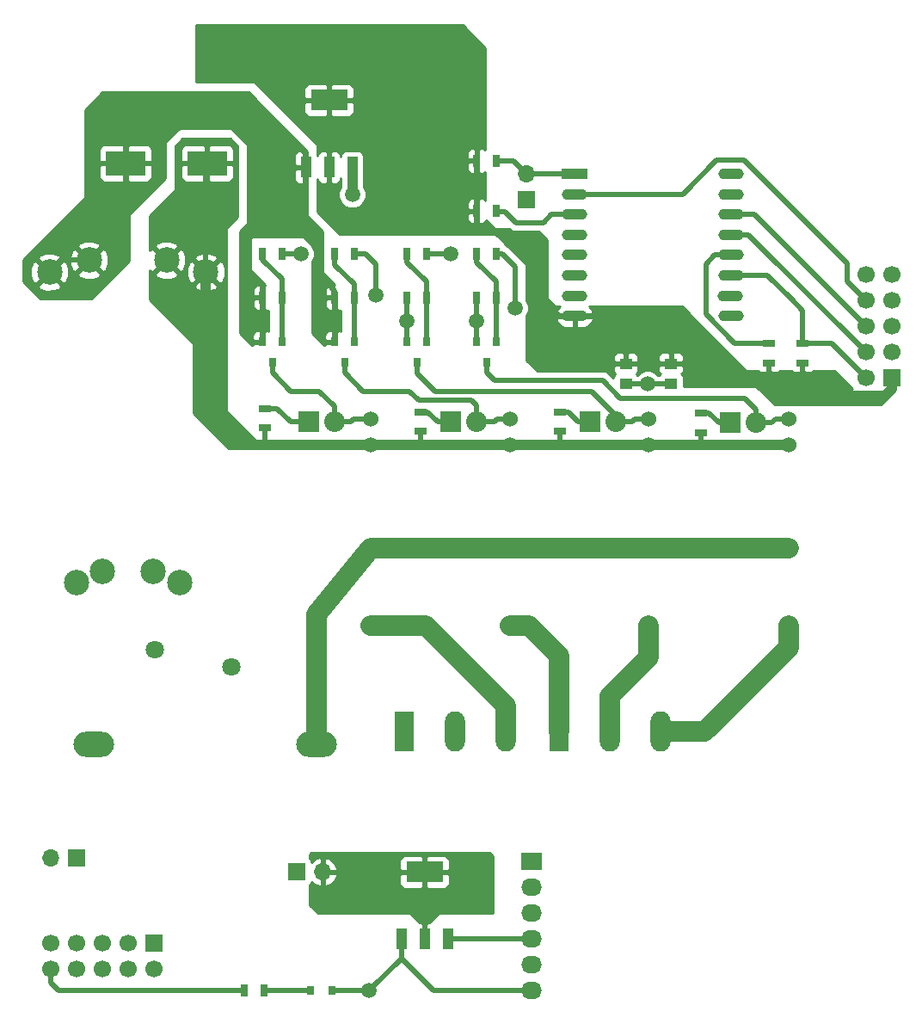
<source format=gtl>
G04 #@! TF.FileFunction,Copper,L1,Top,Signal*
%FSLAX46Y46*%
G04 Gerber Fmt 4.6, Leading zero omitted, Abs format (unit mm)*
G04 Created by KiCad (PCBNEW 4.0.5+dfsg1-4) date Tue Dec 12 22:17:04 2017*
%MOMM*%
%LPD*%
G01*
G04 APERTURE LIST*
%ADD10C,0.100000*%
%ADD11R,4.000500X2.400300*%
%ADD12R,1.700000X1.700000*%
%ADD13C,1.700000*%
%ADD14O,4.000500X2.499360*%
%ADD15C,1.800000*%
%ADD16R,0.800000X0.900000*%
%ADD17R,1.250000X1.000000*%
%ADD18R,0.700000X1.300000*%
%ADD19R,1.300000X0.700000*%
%ADD20R,3.657600X2.032000*%
%ADD21R,1.016000X2.032000*%
%ADD22R,2.500000X1.100000*%
%ADD23O,2.500000X1.100000*%
%ADD24C,1.524000*%
%ADD25C,2.500000*%
%ADD26R,2.032000X1.727200*%
%ADD27O,2.032000X1.727200*%
%ADD28R,2.032000X2.032000*%
%ADD29O,2.032000X2.032000*%
%ADD30O,1.700000X1.700000*%
%ADD31R,1.980000X3.960000*%
%ADD32O,1.980000X3.960000*%
%ADD33C,1.500000*%
%ADD34C,0.508000*%
%ADD35C,1.000000*%
%ADD36C,2.000000*%
%ADD37C,0.254000*%
G04 APERTURE END LIST*
D10*
D11*
X37020500Y-34290000D03*
X29019500Y-34290000D03*
D12*
X104394000Y-55372000D03*
D13*
X101854000Y-55372000D03*
X104394000Y-52832000D03*
X101854000Y-52832000D03*
X104394000Y-50292000D03*
X101854000Y-50292000D03*
X104394000Y-47752000D03*
X101854000Y-47752000D03*
X104394000Y-45212000D03*
X101854000Y-45212000D03*
D14*
X25829260Y-91440000D03*
X47830740Y-91440000D03*
D15*
X39370000Y-83820000D03*
X31870000Y-82120000D03*
D16*
X65466000Y-51832000D03*
X63566000Y-51832000D03*
X64516000Y-53832000D03*
X58608000Y-51832000D03*
X56708000Y-51832000D03*
X57658000Y-53832000D03*
X51496000Y-51832000D03*
X49596000Y-51832000D03*
X50546000Y-53832000D03*
X44384000Y-51832000D03*
X42484000Y-51832000D03*
X43434000Y-53832000D03*
D17*
X78232000Y-53991000D03*
X78232000Y-55991000D03*
X82677000Y-53991000D03*
X82677000Y-55991000D03*
D18*
X65466000Y-47498000D03*
X63566000Y-47498000D03*
X65466000Y-43180000D03*
X63566000Y-43180000D03*
X63566000Y-38989000D03*
X65466000Y-38989000D03*
X63566000Y-34036000D03*
X65466000Y-34036000D03*
D19*
X95631000Y-53909000D03*
X95631000Y-52009000D03*
X92329000Y-53909000D03*
X92329000Y-52009000D03*
D18*
X51496000Y-47498000D03*
X49596000Y-47498000D03*
X58608000Y-47498000D03*
X56708000Y-47498000D03*
X51496000Y-43180000D03*
X49596000Y-43180000D03*
X58608000Y-43180000D03*
X56708000Y-43180000D03*
X44384000Y-47498000D03*
X42484000Y-47498000D03*
X44384000Y-43180000D03*
X42484000Y-43180000D03*
D20*
X49022000Y-28067000D03*
D21*
X49022000Y-34671000D03*
X51308000Y-34671000D03*
X46736000Y-34671000D03*
D22*
X73214000Y-35306000D03*
D23*
X73214000Y-37306000D03*
X73214000Y-39306000D03*
X73214000Y-41306000D03*
X73214000Y-43306000D03*
X73214000Y-45306000D03*
X73214000Y-47306000D03*
X73214000Y-49306000D03*
X88614000Y-49306000D03*
X88514000Y-47306000D03*
X88614000Y-45306000D03*
X88614000Y-43306000D03*
X88614000Y-41306000D03*
X88614000Y-39306000D03*
X88614000Y-37306000D03*
X88614000Y-35306000D03*
D12*
X31750000Y-110998000D03*
D13*
X31750000Y-113538000D03*
X29210000Y-110998000D03*
X29210000Y-113538000D03*
X26670000Y-110998000D03*
X26670000Y-113538000D03*
X24130000Y-110998000D03*
X24130000Y-113538000D03*
X21590000Y-110998000D03*
X21590000Y-113538000D03*
D19*
X58039000Y-58740000D03*
X58039000Y-60640000D03*
X85598000Y-58867000D03*
X85598000Y-60767000D03*
X71755000Y-58740000D03*
X71755000Y-60640000D03*
X42722800Y-58384400D03*
X42722800Y-60284400D03*
D24*
X94234000Y-59436000D03*
X94234000Y-61976000D03*
X94234000Y-72136000D03*
X94234000Y-79756000D03*
X80467200Y-59436000D03*
X80467200Y-61976000D03*
X80467200Y-72136000D03*
X80467200Y-79756000D03*
X66802000Y-59436000D03*
X66802000Y-61976000D03*
X66802000Y-72136000D03*
X66802000Y-79756000D03*
X53086000Y-59436000D03*
X53086000Y-61976000D03*
X53086000Y-72136000D03*
X53086000Y-79756000D03*
D25*
X26710000Y-74390000D03*
X31710000Y-74390000D03*
X21510000Y-44990000D03*
X36910000Y-44990000D03*
X24130000Y-75565000D03*
X34290000Y-75565000D03*
X25400000Y-43815000D03*
X33020000Y-43815000D03*
D26*
X68961000Y-102997000D03*
D27*
X68961000Y-105537000D03*
X68961000Y-108077000D03*
X68961000Y-110617000D03*
X68961000Y-113157000D03*
X68961000Y-115697000D03*
D28*
X60960000Y-59690000D03*
D29*
X63500000Y-59690000D03*
D28*
X88519000Y-59817000D03*
D29*
X91059000Y-59817000D03*
D28*
X74676000Y-59690000D03*
D29*
X77216000Y-59690000D03*
D28*
X46990000Y-59690000D03*
D29*
X49530000Y-59690000D03*
D16*
X49310000Y-115697000D03*
X47210000Y-115697000D03*
D18*
X42606000Y-115697000D03*
X40706000Y-115697000D03*
D20*
X58420000Y-104013000D03*
D21*
X58420000Y-110617000D03*
X60706000Y-110617000D03*
X56134000Y-110617000D03*
D12*
X45847000Y-104013000D03*
D30*
X48387000Y-104013000D03*
D12*
X68453000Y-37846000D03*
D30*
X68453000Y-35306000D03*
D12*
X24130000Y-102616000D03*
D30*
X21590000Y-102616000D03*
D31*
X71628000Y-90170000D03*
D32*
X76628000Y-90170000D03*
X81628000Y-90170000D03*
D31*
X56388000Y-90170000D03*
D32*
X61388000Y-90170000D03*
X66388000Y-90170000D03*
D33*
X51308000Y-37338000D03*
X80391000Y-56007000D03*
X56642000Y-49784000D03*
X63500000Y-49784000D03*
X67310000Y-48514000D03*
X53594000Y-47244000D03*
X60960000Y-43180000D03*
X46228000Y-43180000D03*
X52959000Y-115697000D03*
D34*
X85598000Y-60767000D02*
X85598000Y-61976000D01*
X58039000Y-60640000D02*
X58039000Y-61976000D01*
X71755000Y-60640000D02*
X71755000Y-61976000D01*
X42722800Y-60284400D02*
X42722800Y-61569600D01*
X42722800Y-61569600D02*
X42316400Y-61976000D01*
D35*
X53086000Y-61976000D02*
X42316400Y-61976000D01*
X42316400Y-61976000D02*
X40589200Y-61976000D01*
X36910000Y-58296800D02*
X36910000Y-44990000D01*
X40589200Y-61976000D02*
X36910000Y-58296800D01*
X53086000Y-61976000D02*
X54813200Y-61976000D01*
X54813200Y-61976000D02*
X58039000Y-61976000D01*
X58039000Y-61976000D02*
X66802000Y-61976000D01*
X51322000Y-34392000D02*
X51322000Y-37338000D01*
D34*
X51322000Y-37338000D02*
X51308000Y-37338000D01*
X36910000Y-44990000D02*
X36910000Y-34400500D01*
X36910000Y-34400500D02*
X37020500Y-34290000D01*
D35*
X80467200Y-61976000D02*
X85598000Y-61976000D01*
X85598000Y-61976000D02*
X94234000Y-61976000D01*
X66802000Y-61976000D02*
X71755000Y-61976000D01*
X71755000Y-61976000D02*
X80467200Y-61976000D01*
D34*
X82677000Y-55991000D02*
X80407000Y-55991000D01*
X80407000Y-55991000D02*
X80391000Y-56007000D01*
X82661000Y-56007000D02*
X82677000Y-55991000D01*
X78232000Y-55991000D02*
X80375000Y-55991000D01*
X80375000Y-55991000D02*
X80391000Y-56007000D01*
X48260000Y-41402000D02*
X48260000Y-45466000D01*
X48260000Y-41402000D02*
X46736000Y-39878000D01*
X46736000Y-39878000D02*
X46722000Y-39878000D01*
X49596000Y-47498000D02*
X49596000Y-46802000D01*
X49596000Y-46802000D02*
X48260000Y-45466000D01*
X46722000Y-34392000D02*
X46722000Y-33260000D01*
X29019500Y-31940500D02*
X30480000Y-30480000D01*
X30480000Y-30480000D02*
X43942000Y-30480000D01*
X29019500Y-31940500D02*
X29019500Y-34290000D01*
X46722000Y-33260000D02*
X43942000Y-30480000D01*
X29019500Y-34290000D02*
X29019500Y-40195500D01*
X29019500Y-40195500D02*
X25400000Y-43815000D01*
X25400000Y-43815000D02*
X22685000Y-43815000D01*
X22685000Y-43815000D02*
X21510000Y-44990000D01*
X63500000Y-51766000D02*
X63566000Y-51832000D01*
X63500000Y-49784000D02*
X63500000Y-51766000D01*
X56642000Y-49784000D02*
X56708000Y-49784000D01*
X41656000Y-39878000D02*
X46722000Y-39878000D01*
X40640000Y-40894000D02*
X41656000Y-39878000D01*
X40640000Y-44450000D02*
X40640000Y-40894000D01*
X42484000Y-46294000D02*
X40640000Y-44450000D01*
X42484000Y-47498000D02*
X42484000Y-46294000D01*
X56708000Y-47498000D02*
X56642000Y-47498000D01*
X49596000Y-47498000D02*
X49596000Y-47940000D01*
X42484000Y-47498000D02*
X42484000Y-47940000D01*
X56708000Y-47498000D02*
X56708000Y-49784000D01*
X56708000Y-49784000D02*
X56708000Y-51832000D01*
X42484000Y-47498000D02*
X42484000Y-47940000D01*
X42484000Y-47940000D02*
X42484000Y-51832000D01*
X49596000Y-47498000D02*
X49596000Y-47940000D01*
X49596000Y-47940000D02*
X49596000Y-51832000D01*
X46722000Y-39878000D02*
X46736000Y-39878000D01*
X46722000Y-34392000D02*
X46722000Y-39878000D01*
X46722000Y-39878000D02*
X46736000Y-39878000D01*
X63500000Y-49784000D02*
X63500000Y-48674000D01*
X63500000Y-48674000D02*
X63500000Y-47564000D01*
X63566000Y-48608000D02*
X63566000Y-47498000D01*
X63500000Y-48674000D02*
X63566000Y-48608000D01*
D35*
X75311000Y-49306000D02*
X84104000Y-49306000D01*
X87630000Y-52832000D02*
X90170000Y-55372000D01*
X90170000Y-55372000D02*
X92456000Y-55372000D01*
X84104000Y-49306000D02*
X87630000Y-52832000D01*
D34*
X73914000Y-49306000D02*
X75311000Y-49306000D01*
X75311000Y-49306000D02*
X77754000Y-49306000D01*
D35*
X104394000Y-55372000D02*
X104394000Y-56515000D01*
X98552000Y-55372000D02*
X95631000Y-55372000D01*
X98552000Y-55372000D02*
X100330000Y-57150000D01*
X103759000Y-57150000D02*
X100330000Y-57150000D01*
X104394000Y-56515000D02*
X103759000Y-57150000D01*
D34*
X95631000Y-53909000D02*
X95631000Y-55372000D01*
X92329000Y-53909000D02*
X92329000Y-55372000D01*
X92329000Y-55372000D02*
X92456000Y-55245000D01*
X92456000Y-55245000D02*
X92456000Y-55372000D01*
D35*
X92456000Y-55372000D02*
X95631000Y-55372000D01*
D34*
X69850000Y-47498000D02*
X69850000Y-45466000D01*
X69850000Y-45466000D02*
X64770000Y-40386000D01*
X63566000Y-38989000D02*
X63566000Y-40386000D01*
X63566000Y-40386000D02*
X63500000Y-40386000D01*
X63566000Y-34036000D02*
X63566000Y-38989000D01*
X49022000Y-34392000D02*
X49022000Y-39116000D01*
X50292000Y-40386000D02*
X63500000Y-40386000D01*
X49022000Y-39116000D02*
X50292000Y-40386000D01*
X64770000Y-40386000D02*
X63500000Y-40386000D01*
X73914000Y-49306000D02*
X71658000Y-49306000D01*
X69850000Y-47498000D02*
X71658000Y-49306000D01*
X73944000Y-49276000D02*
X73914000Y-49306000D01*
X49022000Y-34392000D02*
X49022000Y-28092000D01*
X65466000Y-45908000D02*
X65466000Y-47498000D01*
X63566000Y-44008000D02*
X65466000Y-45908000D01*
X63566000Y-43180000D02*
X63566000Y-44008000D01*
X65466000Y-47898000D02*
X65466000Y-51832000D01*
X65466000Y-47898000D02*
X65466000Y-47498000D01*
X67411600Y-40132000D02*
X66294000Y-39014400D01*
X66294000Y-39014400D02*
X65491400Y-39014400D01*
X65491400Y-39014400D02*
X65466000Y-38989000D01*
X70930000Y-39306000D02*
X73914000Y-39306000D01*
X70104000Y-40132000D02*
X70930000Y-39306000D01*
X67411600Y-40132000D02*
X70104000Y-40132000D01*
D36*
X66802000Y-79756000D02*
X68681600Y-79756000D01*
X68681600Y-79756000D02*
X71628000Y-82702400D01*
X71628000Y-82702400D02*
X71628000Y-90170000D01*
X76628000Y-90170000D02*
X76628000Y-86694000D01*
X76628000Y-86694000D02*
X80467200Y-82854800D01*
X80467200Y-82854800D02*
X80467200Y-79756000D01*
X81628000Y-90170000D02*
X86004400Y-90170000D01*
X86004400Y-90170000D02*
X94234000Y-81940400D01*
X94234000Y-81940400D02*
X94234000Y-79756000D01*
X66388000Y-90170000D02*
X66388000Y-87622400D01*
X66388000Y-87622400D02*
X58521600Y-79756000D01*
X58521600Y-79756000D02*
X53086000Y-79756000D01*
D34*
X58608000Y-45908000D02*
X58608000Y-47498000D01*
X56708000Y-44008000D02*
X58608000Y-45908000D01*
X56708000Y-43180000D02*
X56708000Y-44008000D01*
X58608000Y-51832000D02*
X58608000Y-47498000D01*
X49596000Y-44262000D02*
X49596000Y-43180000D01*
X51496000Y-46162000D02*
X49596000Y-44262000D01*
X51496000Y-47498000D02*
X51496000Y-46162000D01*
X51496000Y-47498000D02*
X51496000Y-51832000D01*
X42484000Y-43754000D02*
X42484000Y-43180000D01*
X44384000Y-45654000D02*
X42484000Y-43754000D01*
X44384000Y-47498000D02*
X44384000Y-45654000D01*
X44384000Y-47898000D02*
X44384000Y-51832000D01*
X44384000Y-47898000D02*
X44384000Y-47498000D01*
X87914000Y-39306000D02*
X90868000Y-39306000D01*
X90868000Y-39306000D02*
X101854000Y-50292000D01*
X87914000Y-41306000D02*
X90328000Y-41306000D01*
X90328000Y-41306000D02*
X101854000Y-52832000D01*
X95631000Y-52009000D02*
X95631000Y-48768000D01*
X92169000Y-45306000D02*
X94488000Y-47625000D01*
X92169000Y-45306000D02*
X87914000Y-45306000D01*
X95631000Y-48768000D02*
X94488000Y-47625000D01*
X95631000Y-52009000D02*
X98491000Y-52009000D01*
X98491000Y-52009000D02*
X101854000Y-55372000D01*
X89891800Y-33976400D02*
X87181600Y-33976400D01*
X83852000Y-37306000D02*
X73914000Y-37306000D01*
X87181600Y-33976400D02*
X83852000Y-37306000D01*
X99992700Y-45890700D02*
X101854000Y-47752000D01*
X99992700Y-44077300D02*
X99992700Y-45890700D01*
X89891800Y-33976400D02*
X99992700Y-44077300D01*
X67310000Y-44450000D02*
X67310000Y-48514000D01*
X66040000Y-43180000D02*
X67310000Y-44450000D01*
X65466000Y-43180000D02*
X66040000Y-43180000D01*
X51496000Y-43180000D02*
X52578000Y-43180000D01*
X53594000Y-44196000D02*
X53594000Y-47244000D01*
X52578000Y-43180000D02*
X53594000Y-44196000D01*
X58608000Y-43180000D02*
X60960000Y-43180000D01*
X44384000Y-43180000D02*
X46228000Y-43180000D01*
X92329000Y-52009000D02*
X88966000Y-52009000D01*
X88966000Y-52009000D02*
X86106000Y-49149000D01*
X86106000Y-49149000D02*
X86106000Y-44196000D01*
X86996000Y-43306000D02*
X87914000Y-43306000D01*
X86106000Y-44196000D02*
X86996000Y-43306000D01*
D36*
X80467200Y-72136000D02*
X94234000Y-72136000D01*
X66802000Y-72136000D02*
X80467200Y-72136000D01*
X53086000Y-72136000D02*
X66802000Y-72136000D01*
X47830740Y-91440000D02*
X47830740Y-78661260D01*
X47830740Y-78661260D02*
X53086000Y-72136000D01*
D34*
X91059000Y-59817000D02*
X91059000Y-58539002D01*
X92583000Y-59817000D02*
X92964000Y-59436000D01*
X92964000Y-59436000D02*
X94234000Y-59436000D01*
X91059000Y-59817000D02*
X92583000Y-59817000D01*
X91059000Y-58539002D02*
X89916000Y-57396002D01*
X89916000Y-57396002D02*
X77716002Y-57396002D01*
X77716002Y-57396002D02*
X75946000Y-55626000D01*
X65278000Y-55626000D02*
X64516000Y-54864000D01*
X64516000Y-54864000D02*
X64516000Y-53832000D01*
X75946000Y-55626000D02*
X65278000Y-55626000D01*
X64532000Y-53848000D02*
X64516000Y-53832000D01*
X77216000Y-59690000D02*
X78867000Y-59690000D01*
X78867000Y-59690000D02*
X79121000Y-59436000D01*
X79121000Y-59436000D02*
X80467200Y-59436000D01*
X77216000Y-59110976D02*
X74874024Y-56769000D01*
X77216000Y-59690000D02*
X77216000Y-59110976D01*
X62611000Y-56769000D02*
X59436000Y-56769000D01*
X57658000Y-54991000D02*
X57658000Y-53832000D01*
X59436000Y-56769000D02*
X57658000Y-54991000D01*
X62611000Y-56769000D02*
X74874024Y-56769000D01*
X80467200Y-59436000D02*
X80721200Y-59436000D01*
X56946800Y-56718200D02*
X52400200Y-56718200D01*
X50546000Y-54864000D02*
X50546000Y-53832000D01*
X52400200Y-56718200D02*
X50546000Y-54864000D01*
X63500000Y-59690000D02*
X65278000Y-59690000D01*
X65532000Y-59436000D02*
X66802000Y-59436000D01*
X65278000Y-59690000D02*
X65532000Y-59436000D01*
X63500000Y-58115200D02*
X63500000Y-59690000D01*
X62992000Y-57607200D02*
X63500000Y-58115200D01*
X57835800Y-57607200D02*
X62992000Y-57607200D01*
X56946800Y-56718200D02*
X57835800Y-57607200D01*
X48069500Y-56705500D02*
X45275500Y-56705500D01*
X43434000Y-54864000D02*
X43434000Y-53832000D01*
X45275500Y-56705500D02*
X43434000Y-54864000D01*
X49530000Y-58166000D02*
X49530000Y-59690000D01*
X48069500Y-56705500D02*
X49530000Y-58166000D01*
X49530000Y-59690000D02*
X51181000Y-59690000D01*
X51181000Y-59690000D02*
X51435000Y-59436000D01*
X51435000Y-59436000D02*
X53086000Y-59436000D01*
X43434000Y-53832000D02*
X43434000Y-53770000D01*
X65466000Y-34036000D02*
X67183000Y-34036000D01*
X67183000Y-34036000D02*
X68453000Y-35306000D01*
X68453000Y-35306000D02*
X73914000Y-35306000D01*
X58039000Y-58740000D02*
X58740000Y-58740000D01*
X59690000Y-59690000D02*
X60960000Y-59690000D01*
X58740000Y-58740000D02*
X59690000Y-59690000D01*
X85598000Y-58867000D02*
X86426000Y-58867000D01*
X86426000Y-58867000D02*
X87376000Y-59817000D01*
X87376000Y-59817000D02*
X88519000Y-59817000D01*
X71755000Y-58740000D02*
X72583000Y-58740000D01*
X72583000Y-58740000D02*
X73533000Y-59690000D01*
X73533000Y-59690000D02*
X74676000Y-59690000D01*
X42722800Y-58384400D02*
X43906400Y-58384400D01*
X45212000Y-59690000D02*
X46990000Y-59690000D01*
X43906400Y-58384400D02*
X45212000Y-59690000D01*
X49310000Y-115697000D02*
X52959000Y-115697000D01*
X53213000Y-115443000D02*
X56134000Y-112522000D01*
X52959000Y-115697000D02*
X53213000Y-115443000D01*
X68961000Y-115697000D02*
X59309000Y-115697000D01*
X56134000Y-112522000D02*
X56134000Y-110617000D01*
X59309000Y-115697000D02*
X56134000Y-112522000D01*
X47210000Y-115697000D02*
X42606000Y-115697000D01*
X40706000Y-115697000D02*
X22352000Y-115697000D01*
X21590000Y-114935000D02*
X21590000Y-113538000D01*
X22352000Y-115697000D02*
X21590000Y-114935000D01*
X60706000Y-110617000D02*
X68961000Y-110617000D01*
X57912000Y-104521000D02*
X58420000Y-104013000D01*
X58420000Y-104013000D02*
X58420000Y-110617000D01*
D37*
G36*
X64389000Y-22912606D02*
X64389000Y-32960974D01*
X64275698Y-32847673D01*
X64042309Y-32751000D01*
X63851750Y-32751000D01*
X63693000Y-32909750D01*
X63693000Y-33909000D01*
X63713000Y-33909000D01*
X63713000Y-34163000D01*
X63693000Y-34163000D01*
X63693000Y-35162250D01*
X63851750Y-35321000D01*
X64042309Y-35321000D01*
X64275698Y-35224327D01*
X64389000Y-35111026D01*
X64389000Y-37913974D01*
X64275698Y-37800673D01*
X64042309Y-37704000D01*
X63851750Y-37704000D01*
X63693000Y-37862750D01*
X63693000Y-38862000D01*
X63713000Y-38862000D01*
X63713000Y-39116000D01*
X63693000Y-39116000D01*
X63693000Y-40115250D01*
X63851750Y-40274000D01*
X64042309Y-40274000D01*
X64275698Y-40177327D01*
X64454327Y-39998699D01*
X64492334Y-39906940D01*
X64608728Y-40023334D01*
X64651910Y-40090441D01*
X64727448Y-40142054D01*
X65315197Y-40729803D01*
X65357211Y-40757666D01*
X65405000Y-40767000D01*
X66792533Y-40767000D01*
X67071394Y-40953329D01*
X67411600Y-41021000D01*
X69670394Y-41021000D01*
X70485000Y-41835606D01*
X70485000Y-47498000D01*
X70495006Y-47547410D01*
X70522197Y-47587803D01*
X71284197Y-48349803D01*
X71326211Y-48377666D01*
X71374000Y-48387000D01*
X71790886Y-48387000D01*
X71586276Y-48557882D01*
X71370602Y-48969854D01*
X71370197Y-48996256D01*
X71495639Y-49179000D01*
X73087000Y-49179000D01*
X73087000Y-49159000D01*
X73341000Y-49159000D01*
X73341000Y-49179000D01*
X74932361Y-49179000D01*
X75057803Y-48996256D01*
X75057398Y-48969854D01*
X74841724Y-48557882D01*
X74637114Y-48387000D01*
X83767394Y-48387000D01*
X90080197Y-54699803D01*
X90122211Y-54727666D01*
X90170000Y-54737000D01*
X91258974Y-54737000D01*
X91319301Y-54797327D01*
X91552690Y-54894000D01*
X92043250Y-54894000D01*
X92200250Y-54737000D01*
X92457750Y-54737000D01*
X92614750Y-54894000D01*
X93105310Y-54894000D01*
X93338699Y-54797327D01*
X93399026Y-54737000D01*
X94560974Y-54737000D01*
X94621301Y-54797327D01*
X94854690Y-54894000D01*
X95345250Y-54894000D01*
X95502250Y-54737000D01*
X95759750Y-54737000D01*
X95916750Y-54894000D01*
X96407310Y-54894000D01*
X96640699Y-54797327D01*
X96701026Y-54737000D01*
X98753394Y-54737000D01*
X100520095Y-56503701D01*
X100315894Y-56496494D01*
X100266162Y-56504751D01*
X100223560Y-56531706D01*
X100194802Y-56573112D01*
X100184419Y-56622444D01*
X100194046Y-56671929D01*
X100221612Y-56713218D01*
X100494197Y-56985803D01*
X100536211Y-57013666D01*
X100584000Y-57023000D01*
X103579394Y-57023000D01*
X103542197Y-57060197D01*
X103514334Y-57102211D01*
X103505012Y-57151754D01*
X103515700Y-57201022D01*
X103544713Y-57242249D01*
X103587480Y-57268941D01*
X103632000Y-57277000D01*
X104013000Y-57277000D01*
X104013000Y-57351394D01*
X103325394Y-58039000D01*
X94234647Y-58039000D01*
X93957339Y-58038758D01*
X93956753Y-58039000D01*
X92889606Y-58039000D01*
X91148803Y-56298197D01*
X91106789Y-56270334D01*
X91059000Y-56261000D01*
X83949440Y-56261000D01*
X83949440Y-55491000D01*
X83905162Y-55255683D01*
X83766090Y-55039559D01*
X83697994Y-54993031D01*
X83840327Y-54850698D01*
X83937000Y-54617309D01*
X83937000Y-54276750D01*
X83778250Y-54118000D01*
X82804000Y-54118000D01*
X82804000Y-54138000D01*
X82550000Y-54138000D01*
X82550000Y-54118000D01*
X81575750Y-54118000D01*
X81417000Y-54276750D01*
X81417000Y-54617309D01*
X81513673Y-54850698D01*
X81654910Y-54991936D01*
X81600559Y-55026910D01*
X81549252Y-55102000D01*
X81444558Y-55102000D01*
X81176564Y-54833539D01*
X80667702Y-54622241D01*
X80116715Y-54621760D01*
X79607485Y-54832169D01*
X79351849Y-55087360D01*
X79321090Y-55039559D01*
X79252994Y-54993031D01*
X79395327Y-54850698D01*
X79492000Y-54617309D01*
X79492000Y-54276750D01*
X79333250Y-54118000D01*
X78359000Y-54118000D01*
X78359000Y-54138000D01*
X78105000Y-54138000D01*
X78105000Y-54118000D01*
X77130750Y-54118000D01*
X76972000Y-54276750D01*
X76972000Y-54617309D01*
X77068673Y-54850698D01*
X77209910Y-54991936D01*
X77155559Y-55026910D01*
X77010569Y-55239110D01*
X76988870Y-55346264D01*
X76416803Y-54774197D01*
X76374789Y-54746334D01*
X76327000Y-54737000D01*
X69521606Y-54737000D01*
X68453000Y-53668394D01*
X68453000Y-53364691D01*
X76972000Y-53364691D01*
X76972000Y-53705250D01*
X77130750Y-53864000D01*
X78105000Y-53864000D01*
X78105000Y-53014750D01*
X78359000Y-53014750D01*
X78359000Y-53864000D01*
X79333250Y-53864000D01*
X79492000Y-53705250D01*
X79492000Y-53364691D01*
X81417000Y-53364691D01*
X81417000Y-53705250D01*
X81575750Y-53864000D01*
X82550000Y-53864000D01*
X82550000Y-53014750D01*
X82804000Y-53014750D01*
X82804000Y-53864000D01*
X83778250Y-53864000D01*
X83937000Y-53705250D01*
X83937000Y-53364691D01*
X83840327Y-53131302D01*
X83661699Y-52952673D01*
X83428310Y-52856000D01*
X82962750Y-52856000D01*
X82804000Y-53014750D01*
X82550000Y-53014750D01*
X82391250Y-52856000D01*
X81925690Y-52856000D01*
X81692301Y-52952673D01*
X81513673Y-53131302D01*
X81417000Y-53364691D01*
X79492000Y-53364691D01*
X79395327Y-53131302D01*
X79216699Y-52952673D01*
X78983310Y-52856000D01*
X78517750Y-52856000D01*
X78359000Y-53014750D01*
X78105000Y-53014750D01*
X77946250Y-52856000D01*
X77480690Y-52856000D01*
X77247301Y-52952673D01*
X77068673Y-53131302D01*
X76972000Y-53364691D01*
X68453000Y-53364691D01*
X68453000Y-49615744D01*
X71370197Y-49615744D01*
X71370602Y-49642146D01*
X71586276Y-50054118D01*
X71943187Y-50352196D01*
X72387000Y-50491000D01*
X73087000Y-50491000D01*
X73087000Y-49433000D01*
X73341000Y-49433000D01*
X73341000Y-50491000D01*
X74041000Y-50491000D01*
X74484813Y-50352196D01*
X74841724Y-50054118D01*
X75057398Y-49642146D01*
X75057803Y-49615744D01*
X74932361Y-49433000D01*
X73341000Y-49433000D01*
X73087000Y-49433000D01*
X71495639Y-49433000D01*
X71370197Y-49615744D01*
X68453000Y-49615744D01*
X68453000Y-49329972D01*
X68483461Y-49299564D01*
X68694759Y-48790702D01*
X68695240Y-48239715D01*
X68484831Y-47730485D01*
X68453000Y-47698598D01*
X68453000Y-44323000D01*
X68442994Y-44273590D01*
X68415803Y-44233197D01*
X66314248Y-42131642D01*
X66280090Y-42078559D01*
X66220339Y-42037733D01*
X65494803Y-41312197D01*
X65452789Y-41284334D01*
X65405000Y-41275000D01*
X50090606Y-41275000D01*
X48090356Y-39274750D01*
X62581000Y-39274750D01*
X62581000Y-39765310D01*
X62677673Y-39998699D01*
X62856302Y-40177327D01*
X63089691Y-40274000D01*
X63280250Y-40274000D01*
X63439000Y-40115250D01*
X63439000Y-39116000D01*
X62739750Y-39116000D01*
X62581000Y-39274750D01*
X48090356Y-39274750D01*
X47879000Y-39063394D01*
X47879000Y-35813310D01*
X47975673Y-36046699D01*
X48154302Y-36225327D01*
X48387691Y-36322000D01*
X48736250Y-36322000D01*
X48895000Y-36163250D01*
X48895000Y-34798000D01*
X48875000Y-34798000D01*
X48875000Y-34544000D01*
X48895000Y-34544000D01*
X48895000Y-33178750D01*
X49149000Y-33178750D01*
X49149000Y-34544000D01*
X49169000Y-34544000D01*
X49169000Y-34798000D01*
X49149000Y-34798000D01*
X49149000Y-36163250D01*
X49307750Y-36322000D01*
X49656309Y-36322000D01*
X49889698Y-36225327D01*
X50068327Y-36046699D01*
X50165000Y-35813310D01*
X50165000Y-35753113D01*
X50187000Y-35870033D01*
X50187000Y-36500066D01*
X50134539Y-36552436D01*
X49923241Y-37061298D01*
X49922760Y-37612285D01*
X50133169Y-38121515D01*
X50522436Y-38511461D01*
X51031298Y-38722759D01*
X51582285Y-38723240D01*
X52091515Y-38512831D01*
X52392179Y-38212690D01*
X62581000Y-38212690D01*
X62581000Y-38703250D01*
X62739750Y-38862000D01*
X63439000Y-38862000D01*
X63439000Y-37862750D01*
X63280250Y-37704000D01*
X63089691Y-37704000D01*
X62856302Y-37800673D01*
X62677673Y-37979301D01*
X62581000Y-38212690D01*
X52392179Y-38212690D01*
X52481461Y-38123564D01*
X52692759Y-37614702D01*
X52693240Y-37063715D01*
X52482831Y-36554485D01*
X52457000Y-36528609D01*
X52457000Y-35718802D01*
X52463440Y-35687000D01*
X52463440Y-34321750D01*
X62581000Y-34321750D01*
X62581000Y-34812310D01*
X62677673Y-35045699D01*
X62856302Y-35224327D01*
X63089691Y-35321000D01*
X63280250Y-35321000D01*
X63439000Y-35162250D01*
X63439000Y-34163000D01*
X62739750Y-34163000D01*
X62581000Y-34321750D01*
X52463440Y-34321750D01*
X52463440Y-33655000D01*
X52419162Y-33419683D01*
X52316210Y-33259690D01*
X62581000Y-33259690D01*
X62581000Y-33750250D01*
X62739750Y-33909000D01*
X63439000Y-33909000D01*
X63439000Y-32909750D01*
X63280250Y-32751000D01*
X63089691Y-32751000D01*
X62856302Y-32847673D01*
X62677673Y-33026301D01*
X62581000Y-33259690D01*
X52316210Y-33259690D01*
X52280090Y-33203559D01*
X52067890Y-33058569D01*
X51816000Y-33007560D01*
X50800000Y-33007560D01*
X50564683Y-33051838D01*
X50348559Y-33190910D01*
X50203569Y-33403110D01*
X50165000Y-33593569D01*
X50165000Y-33528690D01*
X50068327Y-33295301D01*
X49889698Y-33116673D01*
X49656309Y-33020000D01*
X49307750Y-33020000D01*
X49149000Y-33178750D01*
X48895000Y-33178750D01*
X48736250Y-33020000D01*
X48387691Y-33020000D01*
X48154302Y-33116673D01*
X47975673Y-33295301D01*
X47879000Y-33528690D01*
X47879000Y-32512000D01*
X47868994Y-32462590D01*
X47841803Y-32422197D01*
X43772356Y-28352750D01*
X46558200Y-28352750D01*
X46558200Y-29209310D01*
X46654873Y-29442699D01*
X46833502Y-29621327D01*
X47066891Y-29718000D01*
X48736250Y-29718000D01*
X48895000Y-29559250D01*
X48895000Y-28194000D01*
X49149000Y-28194000D01*
X49149000Y-29559250D01*
X49307750Y-29718000D01*
X50977109Y-29718000D01*
X51210498Y-29621327D01*
X51389127Y-29442699D01*
X51485800Y-29209310D01*
X51485800Y-28352750D01*
X51327050Y-28194000D01*
X49149000Y-28194000D01*
X48895000Y-28194000D01*
X46716950Y-28194000D01*
X46558200Y-28352750D01*
X43772356Y-28352750D01*
X42344296Y-26924690D01*
X46558200Y-26924690D01*
X46558200Y-27781250D01*
X46716950Y-27940000D01*
X48895000Y-27940000D01*
X48895000Y-26574750D01*
X49149000Y-26574750D01*
X49149000Y-27940000D01*
X51327050Y-27940000D01*
X51485800Y-27781250D01*
X51485800Y-26924690D01*
X51389127Y-26691301D01*
X51210498Y-26512673D01*
X50977109Y-26416000D01*
X49307750Y-26416000D01*
X49149000Y-26574750D01*
X48895000Y-26574750D01*
X48736250Y-26416000D01*
X47066891Y-26416000D01*
X46833502Y-26512673D01*
X46654873Y-26691301D01*
X46558200Y-26924690D01*
X42344296Y-26924690D01*
X41745803Y-26326197D01*
X41703789Y-26298334D01*
X41656000Y-26289000D01*
X35941000Y-26289000D01*
X35941000Y-20701000D01*
X62177394Y-20701000D01*
X64389000Y-22912606D01*
X64389000Y-22912606D01*
G37*
X64389000Y-22912606D02*
X64389000Y-32960974D01*
X64275698Y-32847673D01*
X64042309Y-32751000D01*
X63851750Y-32751000D01*
X63693000Y-32909750D01*
X63693000Y-33909000D01*
X63713000Y-33909000D01*
X63713000Y-34163000D01*
X63693000Y-34163000D01*
X63693000Y-35162250D01*
X63851750Y-35321000D01*
X64042309Y-35321000D01*
X64275698Y-35224327D01*
X64389000Y-35111026D01*
X64389000Y-37913974D01*
X64275698Y-37800673D01*
X64042309Y-37704000D01*
X63851750Y-37704000D01*
X63693000Y-37862750D01*
X63693000Y-38862000D01*
X63713000Y-38862000D01*
X63713000Y-39116000D01*
X63693000Y-39116000D01*
X63693000Y-40115250D01*
X63851750Y-40274000D01*
X64042309Y-40274000D01*
X64275698Y-40177327D01*
X64454327Y-39998699D01*
X64492334Y-39906940D01*
X64608728Y-40023334D01*
X64651910Y-40090441D01*
X64727448Y-40142054D01*
X65315197Y-40729803D01*
X65357211Y-40757666D01*
X65405000Y-40767000D01*
X66792533Y-40767000D01*
X67071394Y-40953329D01*
X67411600Y-41021000D01*
X69670394Y-41021000D01*
X70485000Y-41835606D01*
X70485000Y-47498000D01*
X70495006Y-47547410D01*
X70522197Y-47587803D01*
X71284197Y-48349803D01*
X71326211Y-48377666D01*
X71374000Y-48387000D01*
X71790886Y-48387000D01*
X71586276Y-48557882D01*
X71370602Y-48969854D01*
X71370197Y-48996256D01*
X71495639Y-49179000D01*
X73087000Y-49179000D01*
X73087000Y-49159000D01*
X73341000Y-49159000D01*
X73341000Y-49179000D01*
X74932361Y-49179000D01*
X75057803Y-48996256D01*
X75057398Y-48969854D01*
X74841724Y-48557882D01*
X74637114Y-48387000D01*
X83767394Y-48387000D01*
X90080197Y-54699803D01*
X90122211Y-54727666D01*
X90170000Y-54737000D01*
X91258974Y-54737000D01*
X91319301Y-54797327D01*
X91552690Y-54894000D01*
X92043250Y-54894000D01*
X92200250Y-54737000D01*
X92457750Y-54737000D01*
X92614750Y-54894000D01*
X93105310Y-54894000D01*
X93338699Y-54797327D01*
X93399026Y-54737000D01*
X94560974Y-54737000D01*
X94621301Y-54797327D01*
X94854690Y-54894000D01*
X95345250Y-54894000D01*
X95502250Y-54737000D01*
X95759750Y-54737000D01*
X95916750Y-54894000D01*
X96407310Y-54894000D01*
X96640699Y-54797327D01*
X96701026Y-54737000D01*
X98753394Y-54737000D01*
X100520095Y-56503701D01*
X100315894Y-56496494D01*
X100266162Y-56504751D01*
X100223560Y-56531706D01*
X100194802Y-56573112D01*
X100184419Y-56622444D01*
X100194046Y-56671929D01*
X100221612Y-56713218D01*
X100494197Y-56985803D01*
X100536211Y-57013666D01*
X100584000Y-57023000D01*
X103579394Y-57023000D01*
X103542197Y-57060197D01*
X103514334Y-57102211D01*
X103505012Y-57151754D01*
X103515700Y-57201022D01*
X103544713Y-57242249D01*
X103587480Y-57268941D01*
X103632000Y-57277000D01*
X104013000Y-57277000D01*
X104013000Y-57351394D01*
X103325394Y-58039000D01*
X94234647Y-58039000D01*
X93957339Y-58038758D01*
X93956753Y-58039000D01*
X92889606Y-58039000D01*
X91148803Y-56298197D01*
X91106789Y-56270334D01*
X91059000Y-56261000D01*
X83949440Y-56261000D01*
X83949440Y-55491000D01*
X83905162Y-55255683D01*
X83766090Y-55039559D01*
X83697994Y-54993031D01*
X83840327Y-54850698D01*
X83937000Y-54617309D01*
X83937000Y-54276750D01*
X83778250Y-54118000D01*
X82804000Y-54118000D01*
X82804000Y-54138000D01*
X82550000Y-54138000D01*
X82550000Y-54118000D01*
X81575750Y-54118000D01*
X81417000Y-54276750D01*
X81417000Y-54617309D01*
X81513673Y-54850698D01*
X81654910Y-54991936D01*
X81600559Y-55026910D01*
X81549252Y-55102000D01*
X81444558Y-55102000D01*
X81176564Y-54833539D01*
X80667702Y-54622241D01*
X80116715Y-54621760D01*
X79607485Y-54832169D01*
X79351849Y-55087360D01*
X79321090Y-55039559D01*
X79252994Y-54993031D01*
X79395327Y-54850698D01*
X79492000Y-54617309D01*
X79492000Y-54276750D01*
X79333250Y-54118000D01*
X78359000Y-54118000D01*
X78359000Y-54138000D01*
X78105000Y-54138000D01*
X78105000Y-54118000D01*
X77130750Y-54118000D01*
X76972000Y-54276750D01*
X76972000Y-54617309D01*
X77068673Y-54850698D01*
X77209910Y-54991936D01*
X77155559Y-55026910D01*
X77010569Y-55239110D01*
X76988870Y-55346264D01*
X76416803Y-54774197D01*
X76374789Y-54746334D01*
X76327000Y-54737000D01*
X69521606Y-54737000D01*
X68453000Y-53668394D01*
X68453000Y-53364691D01*
X76972000Y-53364691D01*
X76972000Y-53705250D01*
X77130750Y-53864000D01*
X78105000Y-53864000D01*
X78105000Y-53014750D01*
X78359000Y-53014750D01*
X78359000Y-53864000D01*
X79333250Y-53864000D01*
X79492000Y-53705250D01*
X79492000Y-53364691D01*
X81417000Y-53364691D01*
X81417000Y-53705250D01*
X81575750Y-53864000D01*
X82550000Y-53864000D01*
X82550000Y-53014750D01*
X82804000Y-53014750D01*
X82804000Y-53864000D01*
X83778250Y-53864000D01*
X83937000Y-53705250D01*
X83937000Y-53364691D01*
X83840327Y-53131302D01*
X83661699Y-52952673D01*
X83428310Y-52856000D01*
X82962750Y-52856000D01*
X82804000Y-53014750D01*
X82550000Y-53014750D01*
X82391250Y-52856000D01*
X81925690Y-52856000D01*
X81692301Y-52952673D01*
X81513673Y-53131302D01*
X81417000Y-53364691D01*
X79492000Y-53364691D01*
X79395327Y-53131302D01*
X79216699Y-52952673D01*
X78983310Y-52856000D01*
X78517750Y-52856000D01*
X78359000Y-53014750D01*
X78105000Y-53014750D01*
X77946250Y-52856000D01*
X77480690Y-52856000D01*
X77247301Y-52952673D01*
X77068673Y-53131302D01*
X76972000Y-53364691D01*
X68453000Y-53364691D01*
X68453000Y-49615744D01*
X71370197Y-49615744D01*
X71370602Y-49642146D01*
X71586276Y-50054118D01*
X71943187Y-50352196D01*
X72387000Y-50491000D01*
X73087000Y-50491000D01*
X73087000Y-49433000D01*
X73341000Y-49433000D01*
X73341000Y-50491000D01*
X74041000Y-50491000D01*
X74484813Y-50352196D01*
X74841724Y-50054118D01*
X75057398Y-49642146D01*
X75057803Y-49615744D01*
X74932361Y-49433000D01*
X73341000Y-49433000D01*
X73087000Y-49433000D01*
X71495639Y-49433000D01*
X71370197Y-49615744D01*
X68453000Y-49615744D01*
X68453000Y-49329972D01*
X68483461Y-49299564D01*
X68694759Y-48790702D01*
X68695240Y-48239715D01*
X68484831Y-47730485D01*
X68453000Y-47698598D01*
X68453000Y-44323000D01*
X68442994Y-44273590D01*
X68415803Y-44233197D01*
X66314248Y-42131642D01*
X66280090Y-42078559D01*
X66220339Y-42037733D01*
X65494803Y-41312197D01*
X65452789Y-41284334D01*
X65405000Y-41275000D01*
X50090606Y-41275000D01*
X48090356Y-39274750D01*
X62581000Y-39274750D01*
X62581000Y-39765310D01*
X62677673Y-39998699D01*
X62856302Y-40177327D01*
X63089691Y-40274000D01*
X63280250Y-40274000D01*
X63439000Y-40115250D01*
X63439000Y-39116000D01*
X62739750Y-39116000D01*
X62581000Y-39274750D01*
X48090356Y-39274750D01*
X47879000Y-39063394D01*
X47879000Y-35813310D01*
X47975673Y-36046699D01*
X48154302Y-36225327D01*
X48387691Y-36322000D01*
X48736250Y-36322000D01*
X48895000Y-36163250D01*
X48895000Y-34798000D01*
X48875000Y-34798000D01*
X48875000Y-34544000D01*
X48895000Y-34544000D01*
X48895000Y-33178750D01*
X49149000Y-33178750D01*
X49149000Y-34544000D01*
X49169000Y-34544000D01*
X49169000Y-34798000D01*
X49149000Y-34798000D01*
X49149000Y-36163250D01*
X49307750Y-36322000D01*
X49656309Y-36322000D01*
X49889698Y-36225327D01*
X50068327Y-36046699D01*
X50165000Y-35813310D01*
X50165000Y-35753113D01*
X50187000Y-35870033D01*
X50187000Y-36500066D01*
X50134539Y-36552436D01*
X49923241Y-37061298D01*
X49922760Y-37612285D01*
X50133169Y-38121515D01*
X50522436Y-38511461D01*
X51031298Y-38722759D01*
X51582285Y-38723240D01*
X52091515Y-38512831D01*
X52392179Y-38212690D01*
X62581000Y-38212690D01*
X62581000Y-38703250D01*
X62739750Y-38862000D01*
X63439000Y-38862000D01*
X63439000Y-37862750D01*
X63280250Y-37704000D01*
X63089691Y-37704000D01*
X62856302Y-37800673D01*
X62677673Y-37979301D01*
X62581000Y-38212690D01*
X52392179Y-38212690D01*
X52481461Y-38123564D01*
X52692759Y-37614702D01*
X52693240Y-37063715D01*
X52482831Y-36554485D01*
X52457000Y-36528609D01*
X52457000Y-35718802D01*
X52463440Y-35687000D01*
X52463440Y-34321750D01*
X62581000Y-34321750D01*
X62581000Y-34812310D01*
X62677673Y-35045699D01*
X62856302Y-35224327D01*
X63089691Y-35321000D01*
X63280250Y-35321000D01*
X63439000Y-35162250D01*
X63439000Y-34163000D01*
X62739750Y-34163000D01*
X62581000Y-34321750D01*
X52463440Y-34321750D01*
X52463440Y-33655000D01*
X52419162Y-33419683D01*
X52316210Y-33259690D01*
X62581000Y-33259690D01*
X62581000Y-33750250D01*
X62739750Y-33909000D01*
X63439000Y-33909000D01*
X63439000Y-32909750D01*
X63280250Y-32751000D01*
X63089691Y-32751000D01*
X62856302Y-32847673D01*
X62677673Y-33026301D01*
X62581000Y-33259690D01*
X52316210Y-33259690D01*
X52280090Y-33203559D01*
X52067890Y-33058569D01*
X51816000Y-33007560D01*
X50800000Y-33007560D01*
X50564683Y-33051838D01*
X50348559Y-33190910D01*
X50203569Y-33403110D01*
X50165000Y-33593569D01*
X50165000Y-33528690D01*
X50068327Y-33295301D01*
X49889698Y-33116673D01*
X49656309Y-33020000D01*
X49307750Y-33020000D01*
X49149000Y-33178750D01*
X48895000Y-33178750D01*
X48736250Y-33020000D01*
X48387691Y-33020000D01*
X48154302Y-33116673D01*
X47975673Y-33295301D01*
X47879000Y-33528690D01*
X47879000Y-32512000D01*
X47868994Y-32462590D01*
X47841803Y-32422197D01*
X43772356Y-28352750D01*
X46558200Y-28352750D01*
X46558200Y-29209310D01*
X46654873Y-29442699D01*
X46833502Y-29621327D01*
X47066891Y-29718000D01*
X48736250Y-29718000D01*
X48895000Y-29559250D01*
X48895000Y-28194000D01*
X49149000Y-28194000D01*
X49149000Y-29559250D01*
X49307750Y-29718000D01*
X50977109Y-29718000D01*
X51210498Y-29621327D01*
X51389127Y-29442699D01*
X51485800Y-29209310D01*
X51485800Y-28352750D01*
X51327050Y-28194000D01*
X49149000Y-28194000D01*
X48895000Y-28194000D01*
X46716950Y-28194000D01*
X46558200Y-28352750D01*
X43772356Y-28352750D01*
X42344296Y-26924690D01*
X46558200Y-26924690D01*
X46558200Y-27781250D01*
X46716950Y-27940000D01*
X48895000Y-27940000D01*
X48895000Y-26574750D01*
X49149000Y-26574750D01*
X49149000Y-27940000D01*
X51327050Y-27940000D01*
X51485800Y-27781250D01*
X51485800Y-26924690D01*
X51389127Y-26691301D01*
X51210498Y-26512673D01*
X50977109Y-26416000D01*
X49307750Y-26416000D01*
X49149000Y-26574750D01*
X48895000Y-26574750D01*
X48736250Y-26416000D01*
X47066891Y-26416000D01*
X46833502Y-26512673D01*
X46654873Y-26691301D01*
X46558200Y-26924690D01*
X42344296Y-26924690D01*
X41745803Y-26326197D01*
X41703789Y-26298334D01*
X41656000Y-26289000D01*
X35941000Y-26289000D01*
X35941000Y-20701000D01*
X62177394Y-20701000D01*
X64389000Y-22912606D01*
G36*
X46863000Y-33072606D02*
X46863000Y-39370000D01*
X46873006Y-39419410D01*
X46900197Y-39459803D01*
X48387000Y-40946606D01*
X48387000Y-44958000D01*
X48397006Y-45007410D01*
X48424197Y-45047803D01*
X49589394Y-46213000D01*
X49468998Y-46213000D01*
X49468998Y-46371748D01*
X49310250Y-46213000D01*
X49119691Y-46213000D01*
X48886302Y-46309673D01*
X48707673Y-46488301D01*
X48611000Y-46721690D01*
X48611000Y-47212250D01*
X48769750Y-47371000D01*
X49469000Y-47371000D01*
X49469000Y-47351000D01*
X49723000Y-47351000D01*
X49723000Y-47371000D01*
X49743000Y-47371000D01*
X49743000Y-47625000D01*
X49723000Y-47625000D01*
X49723000Y-48624250D01*
X49881750Y-48783000D01*
X50072309Y-48783000D01*
X50165000Y-48744606D01*
X50165000Y-50764683D01*
X50122310Y-50747000D01*
X49881750Y-50747000D01*
X49723000Y-50905750D01*
X49723000Y-51705000D01*
X49743000Y-51705000D01*
X49743000Y-51959000D01*
X49723000Y-51959000D01*
X49723000Y-51979000D01*
X49469000Y-51979000D01*
X49469000Y-51959000D01*
X48719750Y-51959000D01*
X48561000Y-52117750D01*
X48561000Y-52191394D01*
X47625297Y-51255691D01*
X48561000Y-51255691D01*
X48561000Y-51546250D01*
X48719750Y-51705000D01*
X49469000Y-51705000D01*
X49469000Y-50905750D01*
X49310250Y-50747000D01*
X49069690Y-50747000D01*
X48836301Y-50843673D01*
X48657673Y-51022302D01*
X48561000Y-51255691D01*
X47625297Y-51255691D01*
X47371000Y-51001394D01*
X47371000Y-47783750D01*
X48611000Y-47783750D01*
X48611000Y-48274310D01*
X48707673Y-48507699D01*
X48886302Y-48686327D01*
X49119691Y-48783000D01*
X49310250Y-48783000D01*
X49469000Y-48624250D01*
X49469000Y-47625000D01*
X48769750Y-47625000D01*
X48611000Y-47783750D01*
X47371000Y-47783750D01*
X47371000Y-43995972D01*
X47401461Y-43965564D01*
X47612759Y-43456702D01*
X47613240Y-42905715D01*
X47402831Y-42396485D01*
X47013564Y-42006539D01*
X47011137Y-42005531D01*
X46571803Y-41566197D01*
X46529789Y-41538334D01*
X46482000Y-41529000D01*
X41402000Y-41529000D01*
X41352590Y-41539006D01*
X41310965Y-41567447D01*
X41283685Y-41609841D01*
X41275000Y-41656000D01*
X41275000Y-44704000D01*
X41285006Y-44753410D01*
X41312197Y-44793803D01*
X42750572Y-46232178D01*
X42611000Y-46371750D01*
X42611000Y-47371000D01*
X42631000Y-47371000D01*
X42631000Y-47625000D01*
X42611000Y-47625000D01*
X42611000Y-48624250D01*
X42769750Y-48783000D01*
X42960309Y-48783000D01*
X43053000Y-48744606D01*
X43053000Y-50764683D01*
X43010310Y-50747000D01*
X42769750Y-50747000D01*
X42611000Y-50905750D01*
X42611000Y-51705000D01*
X42631000Y-51705000D01*
X42631000Y-51959000D01*
X42611000Y-51959000D01*
X42611000Y-51979000D01*
X42357000Y-51979000D01*
X42357000Y-51959000D01*
X41607750Y-51959000D01*
X41449000Y-52117750D01*
X41449000Y-52191394D01*
X40513297Y-51255691D01*
X41449000Y-51255691D01*
X41449000Y-51546250D01*
X41607750Y-51705000D01*
X42357000Y-51705000D01*
X42357000Y-50905750D01*
X42198250Y-50747000D01*
X41957690Y-50747000D01*
X41724301Y-50843673D01*
X41545673Y-51022302D01*
X41449000Y-51255691D01*
X40513297Y-51255691D01*
X40259000Y-51001394D01*
X40259000Y-47783750D01*
X41499000Y-47783750D01*
X41499000Y-48274310D01*
X41595673Y-48507699D01*
X41774302Y-48686327D01*
X42007691Y-48783000D01*
X42198250Y-48783000D01*
X42357000Y-48624250D01*
X42357000Y-47625000D01*
X41657750Y-47625000D01*
X41499000Y-47783750D01*
X40259000Y-47783750D01*
X40259000Y-46721690D01*
X41499000Y-46721690D01*
X41499000Y-47212250D01*
X41657750Y-47371000D01*
X42357000Y-47371000D01*
X42357000Y-46371750D01*
X42198250Y-46213000D01*
X42007691Y-46213000D01*
X41774302Y-46309673D01*
X41595673Y-46488301D01*
X41499000Y-46721690D01*
X40259000Y-46721690D01*
X40259000Y-40946606D01*
X40983803Y-40221803D01*
X41011666Y-40179789D01*
X41021000Y-40132000D01*
X41021000Y-34956750D01*
X45593000Y-34956750D01*
X45593000Y-35813310D01*
X45689673Y-36046699D01*
X45868302Y-36225327D01*
X46101691Y-36322000D01*
X46450250Y-36322000D01*
X46609000Y-36163250D01*
X46609000Y-34798000D01*
X45751750Y-34798000D01*
X45593000Y-34956750D01*
X41021000Y-34956750D01*
X41021000Y-33528690D01*
X45593000Y-33528690D01*
X45593000Y-34385250D01*
X45751750Y-34544000D01*
X46609000Y-34544000D01*
X46609000Y-33178750D01*
X46450250Y-33020000D01*
X46101691Y-33020000D01*
X45868302Y-33116673D01*
X45689673Y-33295301D01*
X45593000Y-33528690D01*
X41021000Y-33528690D01*
X41021000Y-32512000D01*
X41010994Y-32462590D01*
X40983803Y-32422197D01*
X39459803Y-30898197D01*
X39417789Y-30870334D01*
X39370000Y-30861000D01*
X34290000Y-30861000D01*
X34240590Y-30871006D01*
X34200197Y-30898197D01*
X32930197Y-32168197D01*
X32902334Y-32210211D01*
X32893000Y-32258000D01*
X32893000Y-35761394D01*
X29374197Y-39280197D01*
X29346334Y-39322211D01*
X29337000Y-39370000D01*
X29337000Y-43889394D01*
X25601394Y-47625000D01*
X20626606Y-47625000D01*
X19324926Y-46323320D01*
X20356285Y-46323320D01*
X20485533Y-46616123D01*
X21185806Y-46884388D01*
X21935435Y-46864250D01*
X22534467Y-46616123D01*
X22663715Y-46323320D01*
X21510000Y-45169605D01*
X20356285Y-46323320D01*
X19324926Y-46323320D01*
X18923000Y-45921394D01*
X18923000Y-44665806D01*
X19615612Y-44665806D01*
X19635750Y-45415435D01*
X19883877Y-46014467D01*
X20176680Y-46143715D01*
X21330395Y-44990000D01*
X21689605Y-44990000D01*
X22843320Y-46143715D01*
X23136123Y-46014467D01*
X23404388Y-45314194D01*
X23399932Y-45148320D01*
X24246285Y-45148320D01*
X24375533Y-45441123D01*
X25075806Y-45709388D01*
X25825435Y-45689250D01*
X26424467Y-45441123D01*
X26553715Y-45148320D01*
X25400000Y-43994605D01*
X24246285Y-45148320D01*
X23399932Y-45148320D01*
X23384250Y-44564565D01*
X23136123Y-43965533D01*
X22843320Y-43836285D01*
X21689605Y-44990000D01*
X21330395Y-44990000D01*
X20176680Y-43836285D01*
X19883877Y-43965533D01*
X19615612Y-44665806D01*
X18923000Y-44665806D01*
X18923000Y-43740606D01*
X19006926Y-43656680D01*
X20356285Y-43656680D01*
X21510000Y-44810395D01*
X22663715Y-43656680D01*
X22590496Y-43490806D01*
X23505612Y-43490806D01*
X23525750Y-44240435D01*
X23773877Y-44839467D01*
X24066680Y-44968715D01*
X25220395Y-43815000D01*
X25579605Y-43815000D01*
X26733320Y-44968715D01*
X27026123Y-44839467D01*
X27294388Y-44139194D01*
X27274250Y-43389565D01*
X27026123Y-42790533D01*
X26733320Y-42661285D01*
X25579605Y-43815000D01*
X25220395Y-43815000D01*
X24066680Y-42661285D01*
X23773877Y-42790533D01*
X23505612Y-43490806D01*
X22590496Y-43490806D01*
X22534467Y-43363877D01*
X21834194Y-43095612D01*
X21084565Y-43115750D01*
X20485533Y-43363877D01*
X20356285Y-43656680D01*
X19006926Y-43656680D01*
X20181926Y-42481680D01*
X24246285Y-42481680D01*
X25400000Y-43635395D01*
X26553715Y-42481680D01*
X26424467Y-42188877D01*
X25724194Y-41920612D01*
X24974565Y-41940750D01*
X24375533Y-42188877D01*
X24246285Y-42481680D01*
X20181926Y-42481680D01*
X24981803Y-37681803D01*
X25009666Y-37639789D01*
X25019000Y-37592000D01*
X25019000Y-34575750D01*
X26384250Y-34575750D01*
X26384250Y-35616460D01*
X26480923Y-35849849D01*
X26659552Y-36028477D01*
X26892941Y-36125150D01*
X28733750Y-36125150D01*
X28892500Y-35966400D01*
X28892500Y-34417000D01*
X29146500Y-34417000D01*
X29146500Y-35966400D01*
X29305250Y-36125150D01*
X31146059Y-36125150D01*
X31379448Y-36028477D01*
X31558077Y-35849849D01*
X31654750Y-35616460D01*
X31654750Y-34575750D01*
X31496000Y-34417000D01*
X29146500Y-34417000D01*
X28892500Y-34417000D01*
X26543000Y-34417000D01*
X26384250Y-34575750D01*
X25019000Y-34575750D01*
X25019000Y-32963540D01*
X26384250Y-32963540D01*
X26384250Y-34004250D01*
X26543000Y-34163000D01*
X28892500Y-34163000D01*
X28892500Y-32613600D01*
X29146500Y-32613600D01*
X29146500Y-34163000D01*
X31496000Y-34163000D01*
X31654750Y-34004250D01*
X31654750Y-32963540D01*
X31558077Y-32730151D01*
X31379448Y-32551523D01*
X31146059Y-32454850D01*
X29305250Y-32454850D01*
X29146500Y-32613600D01*
X28892500Y-32613600D01*
X28733750Y-32454850D01*
X26892941Y-32454850D01*
X26659552Y-32551523D01*
X26480923Y-32730151D01*
X26384250Y-32963540D01*
X25019000Y-32963540D01*
X25019000Y-29008606D01*
X26722606Y-27305000D01*
X41095394Y-27305000D01*
X46863000Y-33072606D01*
X46863000Y-33072606D01*
G37*
X46863000Y-33072606D02*
X46863000Y-39370000D01*
X46873006Y-39419410D01*
X46900197Y-39459803D01*
X48387000Y-40946606D01*
X48387000Y-44958000D01*
X48397006Y-45007410D01*
X48424197Y-45047803D01*
X49589394Y-46213000D01*
X49468998Y-46213000D01*
X49468998Y-46371748D01*
X49310250Y-46213000D01*
X49119691Y-46213000D01*
X48886302Y-46309673D01*
X48707673Y-46488301D01*
X48611000Y-46721690D01*
X48611000Y-47212250D01*
X48769750Y-47371000D01*
X49469000Y-47371000D01*
X49469000Y-47351000D01*
X49723000Y-47351000D01*
X49723000Y-47371000D01*
X49743000Y-47371000D01*
X49743000Y-47625000D01*
X49723000Y-47625000D01*
X49723000Y-48624250D01*
X49881750Y-48783000D01*
X50072309Y-48783000D01*
X50165000Y-48744606D01*
X50165000Y-50764683D01*
X50122310Y-50747000D01*
X49881750Y-50747000D01*
X49723000Y-50905750D01*
X49723000Y-51705000D01*
X49743000Y-51705000D01*
X49743000Y-51959000D01*
X49723000Y-51959000D01*
X49723000Y-51979000D01*
X49469000Y-51979000D01*
X49469000Y-51959000D01*
X48719750Y-51959000D01*
X48561000Y-52117750D01*
X48561000Y-52191394D01*
X47625297Y-51255691D01*
X48561000Y-51255691D01*
X48561000Y-51546250D01*
X48719750Y-51705000D01*
X49469000Y-51705000D01*
X49469000Y-50905750D01*
X49310250Y-50747000D01*
X49069690Y-50747000D01*
X48836301Y-50843673D01*
X48657673Y-51022302D01*
X48561000Y-51255691D01*
X47625297Y-51255691D01*
X47371000Y-51001394D01*
X47371000Y-47783750D01*
X48611000Y-47783750D01*
X48611000Y-48274310D01*
X48707673Y-48507699D01*
X48886302Y-48686327D01*
X49119691Y-48783000D01*
X49310250Y-48783000D01*
X49469000Y-48624250D01*
X49469000Y-47625000D01*
X48769750Y-47625000D01*
X48611000Y-47783750D01*
X47371000Y-47783750D01*
X47371000Y-43995972D01*
X47401461Y-43965564D01*
X47612759Y-43456702D01*
X47613240Y-42905715D01*
X47402831Y-42396485D01*
X47013564Y-42006539D01*
X47011137Y-42005531D01*
X46571803Y-41566197D01*
X46529789Y-41538334D01*
X46482000Y-41529000D01*
X41402000Y-41529000D01*
X41352590Y-41539006D01*
X41310965Y-41567447D01*
X41283685Y-41609841D01*
X41275000Y-41656000D01*
X41275000Y-44704000D01*
X41285006Y-44753410D01*
X41312197Y-44793803D01*
X42750572Y-46232178D01*
X42611000Y-46371750D01*
X42611000Y-47371000D01*
X42631000Y-47371000D01*
X42631000Y-47625000D01*
X42611000Y-47625000D01*
X42611000Y-48624250D01*
X42769750Y-48783000D01*
X42960309Y-48783000D01*
X43053000Y-48744606D01*
X43053000Y-50764683D01*
X43010310Y-50747000D01*
X42769750Y-50747000D01*
X42611000Y-50905750D01*
X42611000Y-51705000D01*
X42631000Y-51705000D01*
X42631000Y-51959000D01*
X42611000Y-51959000D01*
X42611000Y-51979000D01*
X42357000Y-51979000D01*
X42357000Y-51959000D01*
X41607750Y-51959000D01*
X41449000Y-52117750D01*
X41449000Y-52191394D01*
X40513297Y-51255691D01*
X41449000Y-51255691D01*
X41449000Y-51546250D01*
X41607750Y-51705000D01*
X42357000Y-51705000D01*
X42357000Y-50905750D01*
X42198250Y-50747000D01*
X41957690Y-50747000D01*
X41724301Y-50843673D01*
X41545673Y-51022302D01*
X41449000Y-51255691D01*
X40513297Y-51255691D01*
X40259000Y-51001394D01*
X40259000Y-47783750D01*
X41499000Y-47783750D01*
X41499000Y-48274310D01*
X41595673Y-48507699D01*
X41774302Y-48686327D01*
X42007691Y-48783000D01*
X42198250Y-48783000D01*
X42357000Y-48624250D01*
X42357000Y-47625000D01*
X41657750Y-47625000D01*
X41499000Y-47783750D01*
X40259000Y-47783750D01*
X40259000Y-46721690D01*
X41499000Y-46721690D01*
X41499000Y-47212250D01*
X41657750Y-47371000D01*
X42357000Y-47371000D01*
X42357000Y-46371750D01*
X42198250Y-46213000D01*
X42007691Y-46213000D01*
X41774302Y-46309673D01*
X41595673Y-46488301D01*
X41499000Y-46721690D01*
X40259000Y-46721690D01*
X40259000Y-40946606D01*
X40983803Y-40221803D01*
X41011666Y-40179789D01*
X41021000Y-40132000D01*
X41021000Y-34956750D01*
X45593000Y-34956750D01*
X45593000Y-35813310D01*
X45689673Y-36046699D01*
X45868302Y-36225327D01*
X46101691Y-36322000D01*
X46450250Y-36322000D01*
X46609000Y-36163250D01*
X46609000Y-34798000D01*
X45751750Y-34798000D01*
X45593000Y-34956750D01*
X41021000Y-34956750D01*
X41021000Y-33528690D01*
X45593000Y-33528690D01*
X45593000Y-34385250D01*
X45751750Y-34544000D01*
X46609000Y-34544000D01*
X46609000Y-33178750D01*
X46450250Y-33020000D01*
X46101691Y-33020000D01*
X45868302Y-33116673D01*
X45689673Y-33295301D01*
X45593000Y-33528690D01*
X41021000Y-33528690D01*
X41021000Y-32512000D01*
X41010994Y-32462590D01*
X40983803Y-32422197D01*
X39459803Y-30898197D01*
X39417789Y-30870334D01*
X39370000Y-30861000D01*
X34290000Y-30861000D01*
X34240590Y-30871006D01*
X34200197Y-30898197D01*
X32930197Y-32168197D01*
X32902334Y-32210211D01*
X32893000Y-32258000D01*
X32893000Y-35761394D01*
X29374197Y-39280197D01*
X29346334Y-39322211D01*
X29337000Y-39370000D01*
X29337000Y-43889394D01*
X25601394Y-47625000D01*
X20626606Y-47625000D01*
X19324926Y-46323320D01*
X20356285Y-46323320D01*
X20485533Y-46616123D01*
X21185806Y-46884388D01*
X21935435Y-46864250D01*
X22534467Y-46616123D01*
X22663715Y-46323320D01*
X21510000Y-45169605D01*
X20356285Y-46323320D01*
X19324926Y-46323320D01*
X18923000Y-45921394D01*
X18923000Y-44665806D01*
X19615612Y-44665806D01*
X19635750Y-45415435D01*
X19883877Y-46014467D01*
X20176680Y-46143715D01*
X21330395Y-44990000D01*
X21689605Y-44990000D01*
X22843320Y-46143715D01*
X23136123Y-46014467D01*
X23404388Y-45314194D01*
X23399932Y-45148320D01*
X24246285Y-45148320D01*
X24375533Y-45441123D01*
X25075806Y-45709388D01*
X25825435Y-45689250D01*
X26424467Y-45441123D01*
X26553715Y-45148320D01*
X25400000Y-43994605D01*
X24246285Y-45148320D01*
X23399932Y-45148320D01*
X23384250Y-44564565D01*
X23136123Y-43965533D01*
X22843320Y-43836285D01*
X21689605Y-44990000D01*
X21330395Y-44990000D01*
X20176680Y-43836285D01*
X19883877Y-43965533D01*
X19615612Y-44665806D01*
X18923000Y-44665806D01*
X18923000Y-43740606D01*
X19006926Y-43656680D01*
X20356285Y-43656680D01*
X21510000Y-44810395D01*
X22663715Y-43656680D01*
X22590496Y-43490806D01*
X23505612Y-43490806D01*
X23525750Y-44240435D01*
X23773877Y-44839467D01*
X24066680Y-44968715D01*
X25220395Y-43815000D01*
X25579605Y-43815000D01*
X26733320Y-44968715D01*
X27026123Y-44839467D01*
X27294388Y-44139194D01*
X27274250Y-43389565D01*
X27026123Y-42790533D01*
X26733320Y-42661285D01*
X25579605Y-43815000D01*
X25220395Y-43815000D01*
X24066680Y-42661285D01*
X23773877Y-42790533D01*
X23505612Y-43490806D01*
X22590496Y-43490806D01*
X22534467Y-43363877D01*
X21834194Y-43095612D01*
X21084565Y-43115750D01*
X20485533Y-43363877D01*
X20356285Y-43656680D01*
X19006926Y-43656680D01*
X20181926Y-42481680D01*
X24246285Y-42481680D01*
X25400000Y-43635395D01*
X26553715Y-42481680D01*
X26424467Y-42188877D01*
X25724194Y-41920612D01*
X24974565Y-41940750D01*
X24375533Y-42188877D01*
X24246285Y-42481680D01*
X20181926Y-42481680D01*
X24981803Y-37681803D01*
X25009666Y-37639789D01*
X25019000Y-37592000D01*
X25019000Y-34575750D01*
X26384250Y-34575750D01*
X26384250Y-35616460D01*
X26480923Y-35849849D01*
X26659552Y-36028477D01*
X26892941Y-36125150D01*
X28733750Y-36125150D01*
X28892500Y-35966400D01*
X28892500Y-34417000D01*
X29146500Y-34417000D01*
X29146500Y-35966400D01*
X29305250Y-36125150D01*
X31146059Y-36125150D01*
X31379448Y-36028477D01*
X31558077Y-35849849D01*
X31654750Y-35616460D01*
X31654750Y-34575750D01*
X31496000Y-34417000D01*
X29146500Y-34417000D01*
X28892500Y-34417000D01*
X26543000Y-34417000D01*
X26384250Y-34575750D01*
X25019000Y-34575750D01*
X25019000Y-32963540D01*
X26384250Y-32963540D01*
X26384250Y-34004250D01*
X26543000Y-34163000D01*
X28892500Y-34163000D01*
X28892500Y-32613600D01*
X29146500Y-32613600D01*
X29146500Y-34163000D01*
X31496000Y-34163000D01*
X31654750Y-34004250D01*
X31654750Y-32963540D01*
X31558077Y-32730151D01*
X31379448Y-32551523D01*
X31146059Y-32454850D01*
X29305250Y-32454850D01*
X29146500Y-32613600D01*
X28892500Y-32613600D01*
X28733750Y-32454850D01*
X26892941Y-32454850D01*
X26659552Y-32551523D01*
X26480923Y-32730151D01*
X26384250Y-32963540D01*
X25019000Y-32963540D01*
X25019000Y-29008606D01*
X26722606Y-27305000D01*
X41095394Y-27305000D01*
X46863000Y-33072606D01*
G36*
X40005000Y-32564606D02*
X40005000Y-39571394D01*
X38899197Y-40677197D01*
X38871334Y-40719211D01*
X38862000Y-40767000D01*
X38862000Y-58547000D01*
X38872006Y-58596410D01*
X38899197Y-58636803D01*
X42037000Y-61774606D01*
X42037000Y-62357000D01*
X39168606Y-62357000D01*
X35687000Y-58875394D01*
X35687000Y-52070000D01*
X35676994Y-52020590D01*
X35649803Y-51980197D01*
X31369000Y-47699394D01*
X31369000Y-46323320D01*
X35756285Y-46323320D01*
X35885533Y-46616123D01*
X36585806Y-46884388D01*
X37335435Y-46864250D01*
X37934467Y-46616123D01*
X38063715Y-46323320D01*
X36910000Y-45169605D01*
X35756285Y-46323320D01*
X31369000Y-46323320D01*
X31369000Y-45148320D01*
X31866285Y-45148320D01*
X31995533Y-45441123D01*
X32695806Y-45709388D01*
X33445435Y-45689250D01*
X34044467Y-45441123D01*
X34173715Y-45148320D01*
X33020000Y-43994605D01*
X31866285Y-45148320D01*
X31369000Y-45148320D01*
X31369000Y-44779409D01*
X31393877Y-44839467D01*
X31686680Y-44968715D01*
X32840395Y-43815000D01*
X33199605Y-43815000D01*
X34353320Y-44968715D01*
X34646123Y-44839467D01*
X34712650Y-44665806D01*
X35015612Y-44665806D01*
X35035750Y-45415435D01*
X35283877Y-46014467D01*
X35576680Y-46143715D01*
X36730395Y-44990000D01*
X37089605Y-44990000D01*
X38243320Y-46143715D01*
X38536123Y-46014467D01*
X38804388Y-45314194D01*
X38784250Y-44564565D01*
X38536123Y-43965533D01*
X38243320Y-43836285D01*
X37089605Y-44990000D01*
X36730395Y-44990000D01*
X35576680Y-43836285D01*
X35283877Y-43965533D01*
X35015612Y-44665806D01*
X34712650Y-44665806D01*
X34914388Y-44139194D01*
X34901426Y-43656680D01*
X35756285Y-43656680D01*
X36910000Y-44810395D01*
X38063715Y-43656680D01*
X37934467Y-43363877D01*
X37234194Y-43095612D01*
X36484565Y-43115750D01*
X35885533Y-43363877D01*
X35756285Y-43656680D01*
X34901426Y-43656680D01*
X34894250Y-43389565D01*
X34646123Y-42790533D01*
X34353320Y-42661285D01*
X33199605Y-43815000D01*
X32840395Y-43815000D01*
X31686680Y-42661285D01*
X31393877Y-42790533D01*
X31369000Y-42855471D01*
X31369000Y-42481680D01*
X31866285Y-42481680D01*
X33020000Y-43635395D01*
X34173715Y-42481680D01*
X34044467Y-42188877D01*
X33344194Y-41920612D01*
X32594565Y-41940750D01*
X31995533Y-42188877D01*
X31866285Y-42481680D01*
X31369000Y-42481680D01*
X31369000Y-39422606D01*
X33871803Y-36919803D01*
X33899666Y-36877789D01*
X33909000Y-36830000D01*
X33909000Y-34575750D01*
X34385250Y-34575750D01*
X34385250Y-35616460D01*
X34481923Y-35849849D01*
X34660552Y-36028477D01*
X34893941Y-36125150D01*
X36734750Y-36125150D01*
X36893500Y-35966400D01*
X36893500Y-34417000D01*
X37147500Y-34417000D01*
X37147500Y-35966400D01*
X37306250Y-36125150D01*
X39147059Y-36125150D01*
X39380448Y-36028477D01*
X39559077Y-35849849D01*
X39655750Y-35616460D01*
X39655750Y-34575750D01*
X39497000Y-34417000D01*
X37147500Y-34417000D01*
X36893500Y-34417000D01*
X34544000Y-34417000D01*
X34385250Y-34575750D01*
X33909000Y-34575750D01*
X33909000Y-32963540D01*
X34385250Y-32963540D01*
X34385250Y-34004250D01*
X34544000Y-34163000D01*
X36893500Y-34163000D01*
X36893500Y-32613600D01*
X37147500Y-32613600D01*
X37147500Y-34163000D01*
X39497000Y-34163000D01*
X39655750Y-34004250D01*
X39655750Y-32963540D01*
X39559077Y-32730151D01*
X39380448Y-32551523D01*
X39147059Y-32454850D01*
X37306250Y-32454850D01*
X37147500Y-32613600D01*
X36893500Y-32613600D01*
X36734750Y-32454850D01*
X34893941Y-32454850D01*
X34660552Y-32551523D01*
X34481923Y-32730151D01*
X34385250Y-32963540D01*
X33909000Y-32963540D01*
X33909000Y-32564606D01*
X34596606Y-31877000D01*
X39317394Y-31877000D01*
X40005000Y-32564606D01*
X40005000Y-32564606D01*
G37*
X40005000Y-32564606D02*
X40005000Y-39571394D01*
X38899197Y-40677197D01*
X38871334Y-40719211D01*
X38862000Y-40767000D01*
X38862000Y-58547000D01*
X38872006Y-58596410D01*
X38899197Y-58636803D01*
X42037000Y-61774606D01*
X42037000Y-62357000D01*
X39168606Y-62357000D01*
X35687000Y-58875394D01*
X35687000Y-52070000D01*
X35676994Y-52020590D01*
X35649803Y-51980197D01*
X31369000Y-47699394D01*
X31369000Y-46323320D01*
X35756285Y-46323320D01*
X35885533Y-46616123D01*
X36585806Y-46884388D01*
X37335435Y-46864250D01*
X37934467Y-46616123D01*
X38063715Y-46323320D01*
X36910000Y-45169605D01*
X35756285Y-46323320D01*
X31369000Y-46323320D01*
X31369000Y-45148320D01*
X31866285Y-45148320D01*
X31995533Y-45441123D01*
X32695806Y-45709388D01*
X33445435Y-45689250D01*
X34044467Y-45441123D01*
X34173715Y-45148320D01*
X33020000Y-43994605D01*
X31866285Y-45148320D01*
X31369000Y-45148320D01*
X31369000Y-44779409D01*
X31393877Y-44839467D01*
X31686680Y-44968715D01*
X32840395Y-43815000D01*
X33199605Y-43815000D01*
X34353320Y-44968715D01*
X34646123Y-44839467D01*
X34712650Y-44665806D01*
X35015612Y-44665806D01*
X35035750Y-45415435D01*
X35283877Y-46014467D01*
X35576680Y-46143715D01*
X36730395Y-44990000D01*
X37089605Y-44990000D01*
X38243320Y-46143715D01*
X38536123Y-46014467D01*
X38804388Y-45314194D01*
X38784250Y-44564565D01*
X38536123Y-43965533D01*
X38243320Y-43836285D01*
X37089605Y-44990000D01*
X36730395Y-44990000D01*
X35576680Y-43836285D01*
X35283877Y-43965533D01*
X35015612Y-44665806D01*
X34712650Y-44665806D01*
X34914388Y-44139194D01*
X34901426Y-43656680D01*
X35756285Y-43656680D01*
X36910000Y-44810395D01*
X38063715Y-43656680D01*
X37934467Y-43363877D01*
X37234194Y-43095612D01*
X36484565Y-43115750D01*
X35885533Y-43363877D01*
X35756285Y-43656680D01*
X34901426Y-43656680D01*
X34894250Y-43389565D01*
X34646123Y-42790533D01*
X34353320Y-42661285D01*
X33199605Y-43815000D01*
X32840395Y-43815000D01*
X31686680Y-42661285D01*
X31393877Y-42790533D01*
X31369000Y-42855471D01*
X31369000Y-42481680D01*
X31866285Y-42481680D01*
X33020000Y-43635395D01*
X34173715Y-42481680D01*
X34044467Y-42188877D01*
X33344194Y-41920612D01*
X32594565Y-41940750D01*
X31995533Y-42188877D01*
X31866285Y-42481680D01*
X31369000Y-42481680D01*
X31369000Y-39422606D01*
X33871803Y-36919803D01*
X33899666Y-36877789D01*
X33909000Y-36830000D01*
X33909000Y-34575750D01*
X34385250Y-34575750D01*
X34385250Y-35616460D01*
X34481923Y-35849849D01*
X34660552Y-36028477D01*
X34893941Y-36125150D01*
X36734750Y-36125150D01*
X36893500Y-35966400D01*
X36893500Y-34417000D01*
X37147500Y-34417000D01*
X37147500Y-35966400D01*
X37306250Y-36125150D01*
X39147059Y-36125150D01*
X39380448Y-36028477D01*
X39559077Y-35849849D01*
X39655750Y-35616460D01*
X39655750Y-34575750D01*
X39497000Y-34417000D01*
X37147500Y-34417000D01*
X36893500Y-34417000D01*
X34544000Y-34417000D01*
X34385250Y-34575750D01*
X33909000Y-34575750D01*
X33909000Y-32963540D01*
X34385250Y-32963540D01*
X34385250Y-34004250D01*
X34544000Y-34163000D01*
X36893500Y-34163000D01*
X36893500Y-32613600D01*
X37147500Y-32613600D01*
X37147500Y-34163000D01*
X39497000Y-34163000D01*
X39655750Y-34004250D01*
X39655750Y-32963540D01*
X39559077Y-32730151D01*
X39380448Y-32551523D01*
X39147059Y-32454850D01*
X37306250Y-32454850D01*
X37147500Y-32613600D01*
X36893500Y-32613600D01*
X36734750Y-32454850D01*
X34893941Y-32454850D01*
X34660552Y-32551523D01*
X34481923Y-32730151D01*
X34385250Y-32963540D01*
X33909000Y-32963540D01*
X33909000Y-32564606D01*
X34596606Y-31877000D01*
X39317394Y-31877000D01*
X40005000Y-32564606D01*
G36*
X65151000Y-102414606D02*
X65151000Y-108077000D01*
X59817000Y-108077000D01*
X59767590Y-108087006D01*
X59727197Y-108114197D01*
X58875394Y-108966000D01*
X58705750Y-108966000D01*
X58547000Y-109124750D01*
X58547000Y-109294394D01*
X58420000Y-109421394D01*
X58293000Y-109294394D01*
X58293000Y-109124750D01*
X58134250Y-108966000D01*
X57964606Y-108966000D01*
X57112803Y-108114197D01*
X57070789Y-108086334D01*
X57023000Y-108077000D01*
X47931606Y-108077000D01*
X47117000Y-107262394D01*
X47117000Y-105347322D01*
X47148441Y-105327090D01*
X47293431Y-105114890D01*
X47315301Y-105006893D01*
X47620076Y-105284645D01*
X48030110Y-105454476D01*
X48260000Y-105333155D01*
X48260000Y-104140000D01*
X48514000Y-104140000D01*
X48514000Y-105333155D01*
X48743890Y-105454476D01*
X49153924Y-105284645D01*
X49582183Y-104894358D01*
X49828486Y-104369892D01*
X49791145Y-104298750D01*
X55956200Y-104298750D01*
X55956200Y-105155310D01*
X56052873Y-105388699D01*
X56231502Y-105567327D01*
X56464891Y-105664000D01*
X58134250Y-105664000D01*
X58293000Y-105505250D01*
X58293000Y-104140000D01*
X58547000Y-104140000D01*
X58547000Y-105505250D01*
X58705750Y-105664000D01*
X60375109Y-105664000D01*
X60608498Y-105567327D01*
X60787127Y-105388699D01*
X60883800Y-105155310D01*
X60883800Y-104298750D01*
X60725050Y-104140000D01*
X58547000Y-104140000D01*
X58293000Y-104140000D01*
X56114950Y-104140000D01*
X55956200Y-104298750D01*
X49791145Y-104298750D01*
X49707819Y-104140000D01*
X48514000Y-104140000D01*
X48260000Y-104140000D01*
X48240000Y-104140000D01*
X48240000Y-103886000D01*
X48260000Y-103886000D01*
X48260000Y-102692845D01*
X48514000Y-102692845D01*
X48514000Y-103886000D01*
X49707819Y-103886000D01*
X49828486Y-103656108D01*
X49582183Y-103131642D01*
X49295843Y-102870690D01*
X55956200Y-102870690D01*
X55956200Y-103727250D01*
X56114950Y-103886000D01*
X58293000Y-103886000D01*
X58293000Y-102520750D01*
X58547000Y-102520750D01*
X58547000Y-103886000D01*
X60725050Y-103886000D01*
X60883800Y-103727250D01*
X60883800Y-102870690D01*
X60787127Y-102637301D01*
X60608498Y-102458673D01*
X60375109Y-102362000D01*
X58705750Y-102362000D01*
X58547000Y-102520750D01*
X58293000Y-102520750D01*
X58134250Y-102362000D01*
X56464891Y-102362000D01*
X56231502Y-102458673D01*
X56052873Y-102637301D01*
X55956200Y-102870690D01*
X49295843Y-102870690D01*
X49153924Y-102741355D01*
X48743890Y-102571524D01*
X48514000Y-102692845D01*
X48260000Y-102692845D01*
X48030110Y-102571524D01*
X47620076Y-102741355D01*
X47317063Y-103017501D01*
X47300162Y-102927683D01*
X47161090Y-102711559D01*
X47117000Y-102681434D01*
X47117000Y-102287606D01*
X47296606Y-102108000D01*
X64844394Y-102108000D01*
X65151000Y-102414606D01*
X65151000Y-102414606D01*
G37*
X65151000Y-102414606D02*
X65151000Y-108077000D01*
X59817000Y-108077000D01*
X59767590Y-108087006D01*
X59727197Y-108114197D01*
X58875394Y-108966000D01*
X58705750Y-108966000D01*
X58547000Y-109124750D01*
X58547000Y-109294394D01*
X58420000Y-109421394D01*
X58293000Y-109294394D01*
X58293000Y-109124750D01*
X58134250Y-108966000D01*
X57964606Y-108966000D01*
X57112803Y-108114197D01*
X57070789Y-108086334D01*
X57023000Y-108077000D01*
X47931606Y-108077000D01*
X47117000Y-107262394D01*
X47117000Y-105347322D01*
X47148441Y-105327090D01*
X47293431Y-105114890D01*
X47315301Y-105006893D01*
X47620076Y-105284645D01*
X48030110Y-105454476D01*
X48260000Y-105333155D01*
X48260000Y-104140000D01*
X48514000Y-104140000D01*
X48514000Y-105333155D01*
X48743890Y-105454476D01*
X49153924Y-105284645D01*
X49582183Y-104894358D01*
X49828486Y-104369892D01*
X49791145Y-104298750D01*
X55956200Y-104298750D01*
X55956200Y-105155310D01*
X56052873Y-105388699D01*
X56231502Y-105567327D01*
X56464891Y-105664000D01*
X58134250Y-105664000D01*
X58293000Y-105505250D01*
X58293000Y-104140000D01*
X58547000Y-104140000D01*
X58547000Y-105505250D01*
X58705750Y-105664000D01*
X60375109Y-105664000D01*
X60608498Y-105567327D01*
X60787127Y-105388699D01*
X60883800Y-105155310D01*
X60883800Y-104298750D01*
X60725050Y-104140000D01*
X58547000Y-104140000D01*
X58293000Y-104140000D01*
X56114950Y-104140000D01*
X55956200Y-104298750D01*
X49791145Y-104298750D01*
X49707819Y-104140000D01*
X48514000Y-104140000D01*
X48260000Y-104140000D01*
X48240000Y-104140000D01*
X48240000Y-103886000D01*
X48260000Y-103886000D01*
X48260000Y-102692845D01*
X48514000Y-102692845D01*
X48514000Y-103886000D01*
X49707819Y-103886000D01*
X49828486Y-103656108D01*
X49582183Y-103131642D01*
X49295843Y-102870690D01*
X55956200Y-102870690D01*
X55956200Y-103727250D01*
X56114950Y-103886000D01*
X58293000Y-103886000D01*
X58293000Y-102520750D01*
X58547000Y-102520750D01*
X58547000Y-103886000D01*
X60725050Y-103886000D01*
X60883800Y-103727250D01*
X60883800Y-102870690D01*
X60787127Y-102637301D01*
X60608498Y-102458673D01*
X60375109Y-102362000D01*
X58705750Y-102362000D01*
X58547000Y-102520750D01*
X58293000Y-102520750D01*
X58134250Y-102362000D01*
X56464891Y-102362000D01*
X56231502Y-102458673D01*
X56052873Y-102637301D01*
X55956200Y-102870690D01*
X49295843Y-102870690D01*
X49153924Y-102741355D01*
X48743890Y-102571524D01*
X48514000Y-102692845D01*
X48260000Y-102692845D01*
X48030110Y-102571524D01*
X47620076Y-102741355D01*
X47317063Y-103017501D01*
X47300162Y-102927683D01*
X47161090Y-102711559D01*
X47117000Y-102681434D01*
X47117000Y-102287606D01*
X47296606Y-102108000D01*
X64844394Y-102108000D01*
X65151000Y-102414606D01*
M02*

</source>
